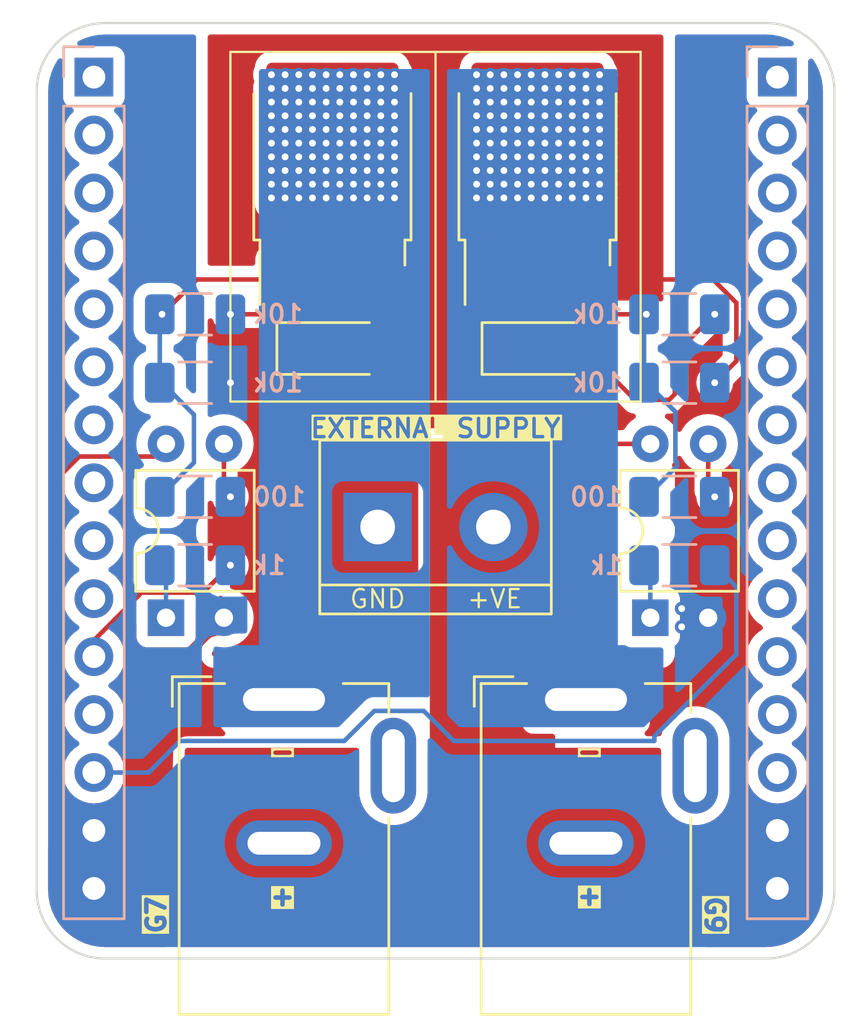
<source format=kicad_pcb>
(kicad_pcb (version 20221018) (generator pcbnew)
  (layers (0 "F.Cu" signal) (31 "B.Cu" signal) (34 "B.Paste" user) (35 "F.Paste" user) (36 "B.SilkS" user "B.Silkscreen") (37 "F.SilkS" user "F.Silkscreen") (38 "B.Mask" user) (39 "F.Mask" user) (44 "Edge.Cuts" user))
  (net 0 "")
  (net 1 "GND")
  (net 2 "GND1")
  (net 13 "GPIO_7")
  (net 15 "GPIO_9")
  (net 22 "Net-(D1-A)")
  (net 23 "Net-(D2-A)")
  (net 24 "+24V")
  (net 25 "OUTPUT_1")
  (net 26 "Net-(Q1-G)")
  (net 27 "Net-(Q2-G)")
  (net 28 "OUTPUT_2")
  (net 36 "Net-(R1-Pad2)")
  (net 37 "Net-(R2-Pad1)")
  (net 38 "Net-(R5-Pad2)")
  (net 39 "Net-(R6-Pad1)")
  (footprint "Package_TO_SOT_SMD:TO-252-2" (layer "F.Cu") (at 156.325 53.11 90)
    (fp_text reference "Q2" hide)
    (fp_text value "IRF540N" hide)
    (fp_line (start -3.31 -3.45) (end -3.31 -3.18) (stroke (width 0.12)) (layer "F.SilkS"))
    (fp_line (start -3.31 -3.18) (end -6.14 -3.18) (stroke (width 0.12)) (layer "F.SilkS"))
    (fp_line (start -3.31 3.18) (end -4.41 3.18) (stroke (width 0.12)) (layer "F.SilkS"))
    (fp_line (start -3.31 3.45) (end -3.31 3.18) (stroke (width 0.12)) (layer "F.SilkS"))
    (fp_line (start 3.11 -3.45) (end -3.31 -3.45) (stroke (width 0.12)) (layer "F.SilkS"))
    (fp_line (start 3.11 3.45) (end -3.31 3.45) (stroke (width 0.12)) (layer "F.SilkS"))
    (pad "1" smd roundrect (at -5.04 -2.28 90) (size 2.2 1.2) (layers "F.Cu" "F.Paste" "F.Mask") (roundrect_rratio 0.2083333333) (net 27 "Net-(Q2-G)"))
    (pad "2" smd roundrect (at -0.415 -1.525 90) (size 3.05 2.75) (layers "F.Cu" "F.Paste") (roundrect_rratio 0.09090909091) (net 28 "OUTPUT_2"))
    (pad "2" smd roundrect (at -0.415 1.525 90) (size 3.05 2.75) (layers "F.Cu" "F.Paste") (roundrect_rratio 0.09090909091) (net 28 "OUTPUT_2"))
    (pad "2" smd roundrect (at 1.26 0 90) (size 6.4 5.8) (layers "F.Cu" "F.Mask") (roundrect_rratio 0.04310293103) (net 28 "OUTPUT_2"))
    (pad "2" smd roundrect (at 2.935 -1.525 90) (size 3.05 2.75) (layers "F.Cu" "F.Paste") (roundrect_rratio 0.09090909091) (net 28 "OUTPUT_2"))
    (pad "2" smd roundrect (at 2.935 1.525 90) (size 3.05 2.75) (layers "F.Cu" "F.Paste") (roundrect_rratio 0.09090909091) (net 28 "OUTPUT_2"))
    (pad "3" smd roundrect (at -5.04 2.28 90) (size 2.2 1.2) (layers "F.Cu" "F.Paste" "F.Mask") (roundrect_rratio 0.2083333333) (net 2 "GND1"))
  )
  (footprint "Package_DIP:DIP-4_W7.62mm" (layer "F.Cu") (at 140.025 72.975 90)
    (fp_text reference "U1" hide)
    (fp_text value "PC817" hide)
    (fp_line (start 1.16 -1.33) (end 1.16 3.87) (stroke (width 0.12)) (layer "F.SilkS"))
    (fp_line (start 1.16 3.87) (end 6.46 3.87) (stroke (width 0.12)) (layer "F.SilkS"))
    (fp_line (start 2.81 -1.33) (end 1.16 -1.33) (stroke (width 0.12)) (layer "F.SilkS"))
    (fp_line (start 6.46 -1.33) (end 4.81 -1.33) (stroke (width 0.12)) (layer "F.SilkS"))
    (fp_line (start 6.46 3.87) (end 6.46 -1.33) (stroke (width 0.12)) (layer "F.SilkS"))
    (fp_arc (start 4.81 -1.33) (mid 3.81 -0.33) (end 2.81 -1.33) (stroke (width 0.12)) (layer "F.SilkS"))
    (pad "1" thru_hole rect (at 0 0 90) (size 1.6 1.6) (drill 0.8) (layers "*.Cu" "*.Mask") (net 36 "Net-(R1-Pad2)"))
    (pad "2" thru_hole oval (at 0 2.54 90) (size 1.6 1.6) (drill 0.8) (layers "*.Cu" "*.Mask") (net 1 "GND"))
    (pad "3" thru_hole oval (at 7.62 2.54 90) (size 1.6 1.6) (drill 0.8) (layers "*.Cu" "*.Mask") (net 37 "Net-(R2-Pad1)"))
    (pad "4" thru_hole oval (at 7.62 0 90) (size 1.6 1.6) (drill 0.8) (layers "*.Cu" "*.Mask") (net 24 "+24V"))
  )
  (footprint "RaceTrackr:BarrelJack_GCT_DCJ200-10-A_Horizontal" (layer "F.Cu") (at 158.45 76.56)
    (fp_text reference "J7" hide)
    (fp_text value "OUTPUT 2" hide)
    (fp_line (start -4.9 -1) (end -4.9 0.3) (stroke (width 0.12)) (layer "F.SilkS"))
    (fp_line (start -4.6 -0.7) (end -2.6 -0.7) (stroke (width 0.12)) (layer "F.SilkS"))
    (fp_line (start -4.6 13.8) (end -4.6 -0.7) (stroke (width 0.12)) (layer "F.SilkS"))
    (fp_line (start -3.2 -1) (end -4.9 -1) (stroke (width 0.12)) (layer "F.SilkS"))
    (fp_line (start 2.6 -0.7) (end 4.6 -0.7) (stroke (width 0.12)) (layer "F.SilkS"))
    (fp_line (start 4.6 -0.7) (end 4.6 0.6) (stroke (width 0.12)) (layer "F.SilkS"))
    (fp_line (start 4.6 5.2) (end 4.6 13.8) (stroke (width 0.12)) (layer "F.SilkS"))
    (fp_line (start 4.6 13.8) (end -4.6 13.8) (stroke (width 0.12)) (layer "F.SilkS"))
    (pad "1" thru_hole rect (at 0 0) (size 4.6 2) (drill oval 3.6 1) (layers "*.Cu" "*.Mask") (net 28 "OUTPUT_2"))
    (pad "2" thru_hole oval (at 0 6.3) (size 4.2 2) (drill oval 3.2 1) (layers "*.Cu" "*.Mask") (net 24 "+24V"))
    (pad "3" thru_hole oval (at 4.8 2.9) (size 2 4.2) (drill oval 1 3.2) (layers "*.Cu" "*.Mask"))
  )
  (footprint "LED_SMD:LED_1206_3216Metric_Pad1.42x1.75mm_HandSolder" (layer "F.Cu") (at 156.35 61.175)
    (fp_text reference "D2" hide)
    (fp_text value "LED" hide)
    (fp_line (start -2.46 -1.135) (end -2.46 1.135) (stroke (width 0.12)) (layer "F.SilkS"))
    (fp_line (start -2.46 1.135) (end 1.6 1.135) (stroke (width 0.12)) (layer "F.SilkS"))
    (fp_line (start 1.6 -1.135) (end -2.46 -1.135) (stroke (width 0.12)) (layer "F.SilkS"))
    (pad "1" smd roundrect (at -1.4875 0) (size 1.425 1.75) (layers "F.Cu" "F.Paste" "F.Mask") (roundrect_rratio 0.1754392982) (net 2 "GND1"))
    (pad "2" smd roundrect (at 1.4875 0) (size 1.425 1.75) (layers "F.Cu" "F.Paste" "F.Mask") (roundrect_rratio 0.1754392982) (net 23 "Net-(D2-A)"))
  )
  (footprint "Package_TO_SOT_SMD:TO-252-2" (layer "F.Cu") (at 147.325 53.11 90)
    (fp_text reference "Q1" hide)
    (fp_text value "IRF540N" hide)
    (fp_line (start -3.31 -3.45) (end -3.31 -3.18) (stroke (width 0.12)) (layer "F.SilkS"))
    (fp_line (start -3.31 -3.18) (end -6.14 -3.18) (stroke (width 0.12)) (layer "F.SilkS"))
    (fp_line (start -3.31 3.18) (end -4.41 3.18) (stroke (width 0.12)) (layer "F.SilkS"))
    (fp_line (start -3.31 3.45) (end -3.31 3.18) (stroke (width 0.12)) (layer "F.SilkS"))
    (fp_line (start 3.11 -3.45) (end -3.31 -3.45) (stroke (width 0.12)) (layer "F.SilkS"))
    (fp_line (start 3.11 3.45) (end -3.31 3.45) (stroke (width 0.12)) (layer "F.SilkS"))
    (pad "1" smd roundrect (at -5.04 -2.28 90) (size 2.2 1.2) (layers "F.Cu" "F.Paste" "F.Mask") (roundrect_rratio 0.2083333333) (net 26 "Net-(Q1-G)"))
    (pad "2" smd roundrect (at -0.415 -1.525 90) (size 3.05 2.75) (layers "F.Cu" "F.Paste") (roundrect_rratio 0.09090909091) (net 25 "OUTPUT_1"))
    (pad "2" smd roundrect (at -0.415 1.525 90) (size 3.05 2.75) (layers "F.Cu" "F.Paste") (roundrect_rratio 0.09090909091) (net 25 "OUTPUT_1"))
    (pad "2" smd roundrect (at 1.26 0 90) (size 6.4 5.8) (layers "F.Cu" "F.Mask") (roundrect_rratio 0.04310293103) (net 25 "OUTPUT_1"))
    (pad "2" smd roundrect (at 2.935 -1.525 90) (size 3.05 2.75) (layers "F.Cu" "F.Paste") (roundrect_rratio 0.09090909091) (net 25 "OUTPUT_1"))
    (pad "2" smd roundrect (at 2.935 1.525 90) (size 3.05 2.75) (layers "F.Cu" "F.Paste") (roundrect_rratio 0.09090909091) (net 25 "OUTPUT_1"))
    (pad "3" smd roundrect (at -5.04 2.28 90) (size 2.2 1.2) (layers "F.Cu" "F.Paste" "F.Mask") (roundrect_rratio 0.2083333333) (net 2 "GND1"))
  )
  (footprint "Package_DIP:DIP-4_W7.62mm" (layer "F.Cu") (at 161.275 72.975 90)
    (fp_text reference "U2" hide)
    (fp_text value "PC817" hide)
    (fp_line (start 1.16 -1.33) (end 1.16 3.87) (stroke (width 0.12)) (layer "F.SilkS"))
    (fp_line (start 1.16 3.87) (end 6.46 3.87) (stroke (width 0.12)) (layer "F.SilkS"))
    (fp_line (start 2.81 -1.33) (end 1.16 -1.33) (stroke (width 0.12)) (layer "F.SilkS"))
    (fp_line (start 6.46 -1.33) (end 4.81 -1.33) (stroke (width 0.12)) (layer "F.SilkS"))
    (fp_line (start 6.46 3.87) (end 6.46 -1.33) (stroke (width 0.12)) (layer "F.SilkS"))
    (fp_arc (start 4.81 -1.33) (mid 3.81 -0.33) (end 2.81 -1.33) (stroke (width 0.12)) (layer "F.SilkS"))
    (pad "1" thru_hole rect (at 0 0 90) (size 1.6 1.6) (drill 0.8) (layers "*.Cu" "*.Mask") (net 38 "Net-(R5-Pad2)"))
    (pad "2" thru_hole oval (at 0 2.54 90) (size 1.6 1.6) (drill 0.8) (layers "*.Cu" "*.Mask") (net 1 "GND"))
    (pad "3" thru_hole oval (at 7.62 2.54 90) (size 1.6 1.6) (drill 0.8) (layers "*.Cu" "*.Mask") (net 39 "Net-(R6-Pad1)"))
    (pad "4" thru_hole oval (at 7.62 0 90) (size 1.6 1.6) (drill 0.8) (layers "*.Cu" "*.Mask") (net 24 "+24V"))
  )
  (footprint "LED_SMD:LED_1206_3216Metric_Pad1.42x1.75mm_HandSolder" (layer "F.Cu") (at 147.35 61.175)
    (fp_text reference "D1" hide)
    (fp_text value "LED" hide)
    (fp_line (start -2.46 -1.135) (end -2.46 1.135) (stroke (width 0.12)) (layer "F.SilkS"))
    (fp_line (start -2.46 1.135) (end 1.6 1.135) (stroke (width 0.12)) (layer "F.SilkS"))
    (fp_line (start 1.6 -1.135) (end -2.46 -1.135) (stroke (width 0.12)) (layer "F.SilkS"))
    (pad "1" smd roundrect (at -1.4875 0) (size 1.425 1.75) (layers "F.Cu" "F.Paste" "F.Mask") (roundrect_rratio 0.1754392982) (net 2 "GND1"))
    (pad "2" smd roundrect (at 1.4875 0) (size 1.425 1.75) (layers "F.Cu" "F.Paste" "F.Mask") (roundrect_rratio 0.1754392982) (net 22 "Net-(D1-A)"))
  )
  (footprint "TerminalBlock:TerminalBlock_bornier-2_P5.08mm" (layer "F.Cu") (at 149.31 69)
    (fp_text reference "J3" hide)
    (fp_text value "DC IN" hide)
    (fp_line (start -2.54 -3.81) (end -2.54 3.81) (stroke (width 0.12)) (layer "F.SilkS"))
    (fp_line (start -2.54 3.81) (end 7.62 3.81) (stroke (width 0.12)) (layer "F.SilkS"))
    (fp_line (start 7.62 -3.81) (end -2.54 -3.81) (stroke (width 0.12)) (layer "F.SilkS"))
    (fp_line (start 7.62 2.54) (end -2.54 2.54) (stroke (width 0.12)) (layer "F.SilkS"))
    (fp_line (start 7.62 3.81) (end 7.62 -3.81) (stroke (width 0.12)) (layer "F.SilkS"))
    (pad "1" thru_hole rect (at 0 0) (size 3 3) (drill 1.52) (layers "*.Cu" "*.Mask") (net 2 "GND1"))
    (pad "2" thru_hole circle (at 5.08 0) (size 3 3) (drill 1.52) (layers "*.Cu" "*.Mask") (net 24 "+24V"))
  )
  (footprint "RaceTrackr:BarrelJack_GCT_DCJ200-10-A_Horizontal" (layer "F.Cu") (at 145.2 76.56)
    (fp_text reference "J6" hide)
    (fp_text value "OUTPUT 1" hide)
    (fp_line (start -4.9 -1) (end -4.9 0.3) (stroke (width 0.12)) (layer "F.SilkS"))
    (fp_line (start -4.6 -0.7) (end -2.6 -0.7) (stroke (width 0.12)) (layer "F.SilkS"))
    (fp_line (start -4.6 13.8) (end -4.6 -0.7) (stroke (width 0.12)) (layer "F.SilkS"))
    (fp_line (start -3.2 -1) (end -4.9 -1) (stroke (width 0.12)) (layer "F.SilkS"))
    (fp_line (start 2.6 -0.7) (end 4.6 -0.7) (stroke (width 0.12)) (layer "F.SilkS"))
    (fp_line (start 4.6 -0.7) (end 4.6 0.6) (stroke (width 0.12)) (layer "F.SilkS"))
    (fp_line (start 4.6 5.2) (end 4.6 13.8) (stroke (width 0.12)) (layer "F.SilkS"))
    (fp_line (start 4.6 13.8) (end -4.6 13.8) (stroke (width 0.12)) (layer "F.SilkS"))
    (pad "1" thru_hole rect (at 0 0) (size 4.6 2) (drill oval 3.6 1) (layers "*.Cu" "*.Mask") (net 25 "OUTPUT_1"))
    (pad "2" thru_hole oval (at 0 6.3) (size 4.2 2) (drill oval 3.2 1) (layers "*.Cu" "*.Mask") (net 24 "+24V"))
    (pad "3" thru_hole oval (at 4.8 2.9) (size 2 4.2) (drill oval 1 3.2) (layers "*.Cu" "*.Mask"))
  )
  (footprint "Resistor_SMD:R_1206_3216Metric_Pad1.30x1.75mm_HandSolder" (layer "B.Cu") (at 162.55 62.675 180)
    (fp_text reference "R7" hide)
    (fp_text value "10k" hide)
    (fp_line (start -0.727064 -0.91) (end 0.727064 -0.91) (stroke (width 0.12)) (layer "B.SilkS"))
    (fp_line (start -0.727064 0.91) (end 0.727064 0.91) (stroke (width 0.12)) (layer "B.SilkS"))
    (pad "1" smd roundrect (at -1.55 0 180) (size 1.3 1.75) (layers "B.Cu" "B.Paste" "B.Mask") (roundrect_rratio 0.1923076923) (net 2 "GND1"))
    (pad "2" smd roundrect (at 1.55 0 180) (size 1.3 1.75) (layers "B.Cu" "B.Paste" "B.Mask") (roundrect_rratio 0.1923076923) (net 27 "Net-(Q2-G)"))
  )
  (footprint "Connector_PinSocket_2.54mm:PinSocket_1x15_P2.54mm_Vertical" (layer "B.Cu") (at 166.85 49.28 180)
    (fp_text reference "J2" hide)
    (fp_text value "CON_R" hide)
    (fp_line (start -1.33 -36.89) (end 1.33 -36.89) (stroke (width 0.12)) (layer "B.SilkS"))
    (fp_line (start -1.33 -1.27) (end -1.33 -36.89) (stroke (width 0.12)) (layer "B.SilkS"))
    (fp_line (start -1.33 -1.27) (end 1.33 -1.27) (stroke (width 0.12)) (layer "B.SilkS"))
    (fp_line (start 0 1.33) (end 1.33 1.33) (stroke (width 0.12)) (layer "B.SilkS"))
    (fp_line (start 1.33 -1.27) (end 1.33 -36.89) (stroke (width 0.12)) (layer "B.SilkS"))
    (fp_line (start 1.33 1.33) (end 1.33 0) (stroke (width 0.12)) (layer "B.SilkS"))
    (pad "1" thru_hole rect (at 0 0 180) (size 1.7 1.7) (drill 1) (layers "*.Cu" "*.Mask"))
    (pad "2" thru_hole oval (at 0 -2.54 180) (size 1.7 1.7) (drill 1) (layers "*.Cu" "*.Mask"))
    (pad "3" thru_hole oval (at 0 -5.08 180) (size 1.7 1.7) (drill 1) (layers "*.Cu" "*.Mask"))
    (pad "4" thru_hole oval (at 0 -7.62 180) (size 1.7 1.7) (drill 1) (layers "*.Cu" "*.Mask"))
    (pad "5" thru_hole oval (at 0 -10.16 180) (size 1.7 1.7) (drill 1) (layers "*.Cu" "*.Mask"))
    (pad "6" thru_hole oval (at 0 -12.7 180) (size 1.7 1.7) (drill 1) (layers "*.Cu" "*.Mask"))
    (pad "7" thru_hole oval (at 0 -15.24 180) (size 1.7 1.7) (drill 1) (layers "*.Cu" "*.Mask"))
    (pad "8" thru_hole oval (at 0 -17.78 180) (size 1.7 1.7) (drill 1) (layers "*.Cu" "*.Mask"))
    (pad "9" thru_hole oval (at 0 -20.32 180) (size 1.7 1.7) (drill 1) (layers "*.Cu" "*.Mask"))
    (pad "10" thru_hole oval (at 0 -22.86 180) (size 1.7 1.7) (drill 1) (layers "*.Cu" "*.Mask"))
    (pad "11" thru_hole oval (at 0 -25.4 180) (size 1.7 1.7) (drill 1) (layers "*.Cu" "*.Mask"))
    (pad "12" thru_hole oval (at 0 -27.94 180) (size 1.7 1.7) (drill 1) (layers "*.Cu" "*.Mask"))
    (pad "13" thru_hole oval (at 0 -30.48 180) (size 1.7 1.7) (drill 1) (layers "*.Cu" "*.Mask"))
    (pad "14" thru_hole oval (at 0 -33.02 180) (size 1.7 1.7) (drill 1) (layers "*.Cu" "*.Mask") (net 1 "GND"))
    (pad "15" thru_hole oval (at 0 -35.56 180) (size 1.7 1.7) (drill 1) (layers "*.Cu" "*.Mask") (net 1 "GND"))
  )
  (footprint "Resistor_SMD:R_1206_3216Metric_Pad1.30x1.75mm_HandSolder" (layer "B.Cu") (at 141.3 59.675 180)
    (fp_text reference "R4" hide)
    (fp_text value "10k" hide)
    (fp_line (start -0.727064 -0.91) (end 0.727064 -0.91) (stroke (width 0.12)) (layer "B.SilkS"))
    (fp_line (start -0.727064 0.91) (end 0.727064 0.91) (stroke (width 0.12)) (layer "B.SilkS"))
    (pad "1" smd roundrect (at -1.55 0 180) (size 1.3 1.75) (layers "B.Cu" "B.Paste" "B.Mask") (roundrect_rratio 0.1923076923) (net 22 "Net-(D1-A)"))
    (pad "2" smd roundrect (at 1.55 0 180) (size 1.3 1.75) (layers "B.Cu" "B.Paste" "B.Mask") (roundrect_rratio 0.1923076923) (net 26 "Net-(Q1-G)"))
  )
  (footprint "Resistor_SMD:R_1206_3216Metric_Pad1.30x1.75mm_HandSolder" (layer "B.Cu") (at 141.3 67.675 180)
    (fp_text reference "R2" hide)
    (fp_text value "100" hide)
    (fp_line (start -0.727064 -0.91) (end 0.727064 -0.91) (stroke (width 0.12)) (layer "B.SilkS"))
    (fp_line (start -0.727064 0.91) (end 0.727064 0.91) (stroke (width 0.12)) (layer "B.SilkS"))
    (pad "1" smd roundrect (at -1.55 0 180) (size 1.3 1.75) (layers "B.Cu" "B.Paste" "B.Mask") (roundrect_rratio 0.1923076923) (net 37 "Net-(R2-Pad1)"))
    (pad "2" smd roundrect (at 1.55 0 180) (size 1.3 1.75) (layers "B.Cu" "B.Paste" "B.Mask") (roundrect_rratio 0.1923076923) (net 26 "Net-(Q1-G)"))
  )
  (footprint "Resistor_SMD:R_1206_3216Metric_Pad1.30x1.75mm_HandSolder" (layer "B.Cu") (at 162.55 59.675 180)
    (fp_text reference "R8" hide)
    (fp_text value "10k" hide)
    (fp_line (start -0.727064 -0.91) (end 0.727064 -0.91) (stroke (width 0.12)) (layer "B.SilkS"))
    (fp_line (start -0.727064 0.91) (end 0.727064 0.91) (stroke (width 0.12)) (layer "B.SilkS"))
    (pad "1" smd roundrect (at -1.55 0 180) (size 1.3 1.75) (layers "B.Cu" "B.Paste" "B.Mask") (roundrect_rratio 0.1923076923) (net 23 "Net-(D2-A)"))
    (pad "2" smd roundrect (at 1.55 0 180) (size 1.3 1.75) (layers "B.Cu" "B.Paste" "B.Mask") (roundrect_rratio 0.1923076923) (net 27 "Net-(Q2-G)"))
  )
  (footprint "Resistor_SMD:R_1206_3216Metric_Pad1.30x1.75mm_HandSolder" (layer "B.Cu") (at 162.55 70.675 180)
    (fp_text reference "R5" hide)
    (fp_text value "1k" hide)
    (fp_line (start -0.727064 -0.91) (end 0.727064 -0.91) (stroke (width 0.12)) (layer "B.SilkS"))
    (fp_line (start -0.727064 0.91) (end 0.727064 0.91) (stroke (width 0.12)) (layer "B.SilkS"))
    (pad "1" smd roundrect (at -1.55 0 180) (size 1.3 1.75) (layers "B.Cu" "B.Paste" "B.Mask") (roundrect_rratio 0.1923076923) (net 15 "GPIO_9"))
    (pad "2" smd roundrect (at 1.55 0 180) (size 1.3 1.75) (layers "B.Cu" "B.Paste" "B.Mask") (roundrect_rratio 0.1923076923) (net 38 "Net-(R5-Pad2)"))
  )
  (footprint "Resistor_SMD:R_1206_3216Metric_Pad1.30x1.75mm_HandSolder" (layer "B.Cu") (at 141.3 70.675 180)
    (fp_text reference "R1" hide)
    (fp_text value "1k" hide)
    (fp_line (start -0.727064 -0.91) (end 0.727064 -0.91) (stroke (width 0.12)) (layer "B.SilkS"))
    (fp_line (start -0.727064 0.91) (end 0.727064 0.91) (stroke (width 0.12)) (layer "B.SilkS"))
    (pad "1" smd roundrect (at -1.55 0 180) (size 1.3 1.75) (layers "B.Cu" "B.Paste" "B.Mask") (roundrect_rratio 0.1923076923) (net 13 "GPIO_7"))
    (pad "2" smd roundrect (at 1.55 0 180) (size 1.3 1.75) (layers "B.Cu" "B.Paste" "B.Mask") (roundrect_rratio 0.1923076923) (net 36 "Net-(R1-Pad2)"))
  )
  (footprint "Resistor_SMD:R_1206_3216Metric_Pad1.30x1.75mm_HandSolder" (layer "B.Cu") (at 162.55 67.675 180)
    (fp_text reference "R6" hide)
    (fp_text value "100" hide)
    (fp_line (start -0.727064 -0.91) (end 0.727064 -0.91) (stroke (width 0.12)) (layer "B.SilkS"))
    (fp_line (start -0.727064 0.91) (end 0.727064 0.91) (stroke (width 0.12)) (layer "B.SilkS"))
    (pad "1" smd roundrect (at -1.55 0 180) (size 1.3 1.75) (layers "B.Cu" "B.Paste" "B.Mask") (roundrect_rratio 0.1923076923) (net 39 "Net-(R6-Pad1)"))
    (pad "2" smd roundrect (at 1.55 0 180) (size 1.3 1.75) (layers "B.Cu" "B.Paste" "B.Mask") (roundrect_rratio 0.1923076923) (net 27 "Net-(Q2-G)"))
  )
  (footprint "Connector_PinSocket_2.54mm:PinSocket_1x15_P2.54mm_Vertical" (layer "B.Cu") (at 136.86 49.28 180)
    (fp_text reference "J1" hide)
    (fp_text value "CON_L" hide)
    (fp_line (start -1.33 -36.89) (end 1.33 -36.89) (stroke (width 0.12)) (layer "B.SilkS"))
    (fp_line (start -1.33 -1.27) (end -1.33 -36.89) (stroke (width 0.12)) (layer "B.SilkS"))
    (fp_line (start -1.33 -1.27) (end 1.33 -1.27) (stroke (width 0.12)) (layer "B.SilkS"))
    (fp_line (start 0 1.33) (end 1.33 1.33) (stroke (width 0.12)) (layer "B.SilkS"))
    (fp_line (start 1.33 -1.27) (end 1.33 -36.89) (stroke (width 0.12)) (layer "B.SilkS"))
    (fp_line (start 1.33 1.33) (end 1.33 0) (stroke (width 0.12)) (layer "B.SilkS"))
    (pad "1" thru_hole rect (at 0 0 180) (size 1.7 1.7) (drill 1) (layers "*.Cu" "*.Mask"))
    (pad "2" thru_hole oval (at 0 -2.54 180) (size 1.7 1.7) (drill 1) (layers "*.Cu" "*.Mask"))
    (pad "3" thru_hole oval (at 0 -5.08 180) (size 1.7 1.7) (drill 1) (layers "*.Cu" "*.Mask"))
    (pad "4" thru_hole oval (at 0 -7.62 180) (size 1.7 1.7) (drill 1) (layers "*.Cu" "*.Mask"))
    (pad "5" thru_hole oval (at 0 -10.16 180) (size 1.7 1.7) (drill 1) (layers "*.Cu" "*.Mask"))
    (pad "6" thru_hole oval (at 0 -12.7 180) (size 1.7 1.7) (drill 1) (layers "*.Cu" "*.Mask"))
    (pad "7" thru_hole oval (at 0 -15.24 180) (size 1.7 1.7) (drill 1) (layers "*.Cu" "*.Mask"))
    (pad "8" thru_hole oval (at 0 -17.78 180) (size 1.7 1.7) (drill 1) (layers "*.Cu" "*.Mask"))
    (pad "9" thru_hole oval (at 0 -20.32 180) (size 1.7 1.7) (drill 1) (layers "*.Cu" "*.Mask"))
    (pad "10" thru_hole oval (at 0 -22.86 180) (size 1.7 1.7) (drill 1) (layers "*.Cu" "*.Mask"))
    (pad "11" thru_hole oval (at 0 -25.4 180) (size 1.7 1.7) (drill 1) (layers "*.Cu" "*.Mask") (net 13 "GPIO_7"))
    (pad "12" thru_hole oval (at 0 -27.94 180) (size 1.7 1.7) (drill 1) (layers "*.Cu" "*.Mask"))
    (pad "13" thru_hole oval (at 0 -30.48 180) (size 1.7 1.7) (drill 1) (layers "*.Cu" "*.Mask") (net 15 "GPIO_9"))
    (pad "14" thru_hole oval (at 0 -33.02 180) (size 1.7 1.7) (drill 1) (layers "*.Cu" "*.Mask") (net 1 "GND"))
    (pad "15" thru_hole oval (at 0 -35.56 180) (size 1.7 1.7) (drill 1) (layers "*.Cu" "*.Mask") (net 1 "GND"))
  )
  (footprint "Resistor_SMD:R_1206_3216Metric_Pad1.30x1.75mm_HandSolder" (layer "B.Cu") (at 141.3 62.675 180)
    (fp_text reference "R3" hide)
    (fp_text value "10k" hide)
    (fp_line (start -0.727064 -0.91) (end 0.727064 -0.91) (stroke (width 0.12)) (layer "B.SilkS"))
    (fp_line (start -0.727064 0.91) (end 0.727064 0.91) (stroke (width 0.12)) (layer "B.SilkS"))
    (pad "1" smd roundrect (at -1.55 0 180) (size 1.3 1.75) (layers "B.Cu" "B.Paste" "B.Mask") (roundrect_rratio 0.1923076923) (net 2 "GND1"))
    (pad "2" smd roundrect (at 1.55 0 180) (size 1.3 1.75) (layers "B.Cu" "B.Paste" "B.Mask") (roundrect_rratio 0.1923076923) (net 26 "Net-(Q1-G)"))
  )
  (gr_line (start 142.85 48.175) (end 160.85 48.175) (stroke (width 0.1)) (layer "F.SilkS"))
  (gr_line (start 142.85 63.5) (end 142.85 48.175) (stroke (width 0.1)) (layer "F.SilkS"))
  (gr_line (start 160.85 48.175) (end 160.85 63.5) (stroke (width 0.1)) (layer "F.SilkS"))
  (gr_line (start 160.85 63.5) (end 142.85 63.5) (stroke (width 0.1)) (layer "F.SilkS"))
  (gr_line (start 151.85 48.175) (end 151.85 63.5) (stroke (width 0.1)) (layer "F.SilkS"))
  (gr_arc (start 134.35 49.91) (mid 135.22868 47.78868) (end 137.35 46.91) (stroke (width 0.1)) (layer "Edge.Cuts"))
  (gr_line (start 169.35 84.91) (end 169.35 49.91) (stroke (width 0.1)) (layer "Edge.Cuts"))
  (gr_line locked (start 166.35 46.91) (end 137.35 46.91) (stroke (width 0.1)) (layer "Edge.Cuts"))
  (gr_arc (start 137.35 87.91) (mid 135.22868 87.03132) (end 134.35 84.91) (stroke (width 0.1)) (layer "Edge.Cuts"))
  (gr_line (start 137.35 87.91) (end 166.35 87.91) (stroke (width 0.1)) (layer "Edge.Cuts"))
  (gr_line (start 134.35 49.91) (end 134.35 84.91) (stroke (width 0.1)) (layer "Edge.Cuts"))
  (gr_arc (start 169.35 84.91) (mid 168.47132 87.03132) (end 166.35 87.91) (stroke (width 0.1)) (layer "Edge.Cuts"))
  (gr_arc (start 166.35 46.91) (mid 168.47132 47.78868) (end 169.35 49.91) (stroke (width 0.1)) (layer "Edge.Cuts"))
  (gr_text "10k" (at 160.15 59.675) (layer "B.SilkS") (effects (font (size 0.8 0.8) (thickness 0.15) bold) (justify left mirror)))
  (gr_text "100" (at 160.15 67.675) (layer "B.SilkS") (effects (font (size 0.8 0.8) (thickness 0.15) bold) (justify left mirror)))
  (gr_text "10k" (at 160.15 62.675) (layer "B.SilkS") (effects (font (size 0.8 0.8) (thickness 0.15) bold) (justify left mirror)))
  (gr_text "1k\n" (at 160.15 70.675) (layer "B.SilkS") (effects (font (size 0.8 0.8) (thickness 0.15) bold) (justify left mirror)))
  (gr_text "1k\n" (at 143.75 70.675) (layer "B.SilkS") (effects (font (size 0.8 0.8) (thickness 0.15) bold) (justify right mirror)))
  (gr_text "100" (at 143.75 67.675) (layer "B.SilkS") (effects (font (size 0.8 0.8) (thickness 0.15) bold) (justify right mirror)))
  (gr_text "10k" (at 143.75 62.675) (layer "B.SilkS") (effects (font (size 0.8 0.8) (thickness 0.15) bold) (justify right mirror)))
  (gr_text "10k" (at 143.75 59.675) (layer "B.SilkS") (effects (font (size 0.8 0.8) (thickness 0.15) bold) (justify right mirror)))
  (gr_text "G9" (at 164.1 86 -90) (layer "F.SilkS" knockout) (effects (font (size 0.8 0.8) (thickness 0.2) bold)))
  (gr_text "+VE" (at 154.45 72.15) (layer "F.SilkS") (effects (font (size 0.8 0.8) (thickness 0.1))))
  (gr_text "G7" (at 139.6 86 90) (layer "F.SilkS" knockout) (effects (font (size 0.8 0.8) (thickness 0.2) bold)))
  (gr_text "EXTERNAL SUPPLY" (at 151.85 64.675) (layer "F.SilkS" knockout) (effects (font (size 0.8 0.8) (thickness 0.15) bold)))
  (gr_text "GND" (at 149.31 72.15) (layer "F.SilkS") (effects (font (size 0.8 0.8) (thickness 0.1))))
  (gr_text "-" (at 158.6 78.834) (layer "F.SilkS" knockout) (effects (font (size 0.8 0.8) (thickness 0.2) bold) (justify mirror)))
  (gr_text "+" (at 145.136 85.184) (layer "F.SilkS" knockout) (effects (font (size 0.8 0.8) (thickness 0.2) bold) (justify mirror)))
  (gr_text "+" (at 158.6 85.16) (layer "F.SilkS" knockout) (effects (font (size 0.8 0.8) (thickness 0.2) bold) (justify mirror)))
  (gr_text "-" (at 145.136 78.834) (layer "F.SilkS" knockout) (effects (font (size 0.8 0.8) (thickness 0.2) bold) (justify mirror)))
  (segment (start 142.565 72.975) (end 141.05 74.49) (width 0.4) (layer "F.Cu") (net 1))
  (segment (start 141.05 74.49) (end 141.05 74.575) (width 0.2) (layer "F.Cu") (net 1))
  (via (at 162.65 73.375) (size 0.6) (drill 0.3) (layers "F.Cu" "B.Cu") (net 1))
  (via (at 162.65 72.575) (size 0.6) (drill 0.3) (layers "F.Cu" "B.Cu") (net 1))
  (segment (start 164.1 62.675) (end 165.05 61.725) (width 0.2) (layer "F.Cu") (net 2))
  (segment (start 165.05 59.175) (end 164.025 58.15) (width 0.2) (layer "F.Cu") (net 2))
  (segment (start 164.025 58.15) (end 158.605 58.15) (width 0.2) (layer "F.Cu") (net 2))
  (segment (start 165.05 61.725) (end 165.05 59.175) (width 0.2) (layer "F.Cu") (net 2))
  (via (at 164.1 62.675) (size 0.6) (drill 0.3) (layers "F.Cu" "B.Cu") (net 2))
  (via (at 142.85 62.675) (size 0.6) (drill 0.3) (layers "F.Cu" "B.Cu") (net 2))
  (segment (start 136.86 73.965) (end 138.95 71.875) (width 0.2) (layer "F.Cu") (net 13))
  (segment (start 136.86 74.68) (end 136.86 73.965) (width 0.2) (layer "F.Cu") (net 13))
  (segment (start 138.95 71.875) (end 141.65 71.875) (width 0.2) (layer "F.Cu") (net 13))
  (segment (start 141.65 71.875) (end 142.85 70.675) (width 0.2) (layer "F.Cu") (net 13))
  (via (at 142.85 70.675) (size 0.6) (drill 0.3) (layers "F.Cu" "B.Cu") (net 13))
  (segment (start 151.335 77.06) (end 152.65 78.375) (width 0.2) (layer "B.Cu") (net 15))
  (segment (start 161.45 78.375) (end 161.45 78.175) (width 0.2) (layer "B.Cu") (net 15))
  (segment (start 161.45 78.175) (end 165.05 74.575) (width 0.2) (layer "B.Cu") (net 15))
  (segment (start 152.65 78.375) (end 161.45 78.375) (width 0.2) (layer "B.Cu") (net 15))
  (segment (start 165.05 74.575) (end 165.05 71.625) (width 0.2) (layer "B.Cu") (net 15))
  (segment (start 136.86 79.76) (end 139.265 79.76) (width 0.2) (layer "B.Cu") (net 15))
  (segment (start 149.165 77.06) (end 151.335 77.06) (width 0.2) (layer "B.Cu") (net 15))
  (segment (start 147.85 78.375) (end 149.165 77.06) (width 0.2) (layer "B.Cu") (net 15))
  (segment (start 165.05 71.625) (end 164.1 70.675) (width 0.2) (layer "B.Cu") (net 15))
  (segment (start 139.265 79.76) (end 140.65 78.375) (width 0.2) (layer "B.Cu") (net 15))
  (segment (start 140.65 78.375) (end 147.85 78.375) (width 0.2) (layer "B.Cu") (net 15))
  (segment (start 142.85 59.675) (end 147.3375 59.675) (width 0.2) (layer "F.Cu") (net 22))
  (segment (start 147.3375 59.675) (end 148.8375 61.175) (width 0.2) (layer "F.Cu") (net 22))
  (via (at 142.85 59.675) (size 0.6) (drill 0.3) (layers "F.Cu" "B.Cu") (net 22))
  (segment (start 162.35 61.425) (end 162.35 63.175) (width 0.2) (layer "F.Cu") (net 23))
  (segment (start 162.1 63.425) (end 160.6 63.425) (width 0.2) (layer "F.Cu") (net 23))
  (segment (start 158.35 61.175) (end 157.8375 61.175) (width 0.2) (layer "F.Cu") (net 23))
  (segment (start 164.1 59.675) (end 162.35 61.425) (width 0.2) (layer "F.Cu") (net 23))
  (segment (start 160.6 63.425) (end 158.35 61.175) (width 0.2) (layer "F.Cu") (net 23))
  (segment (start 162.35 63.175) (end 162.1 63.425) (width 0.2) (layer "F.Cu") (net 23))
  (via (at 164.1 59.675) (size 0.6) (drill 0.3) (layers "F.Cu" "B.Cu") (net 23))
  (segment (start 135.25 82.316346) (end 136.383654 83.45) (width 0.2) (layer "F.Cu") (net 24))
  (segment (start 144.61 83.45) (end 145.2 82.86) (width 0.2) (layer "F.Cu") (net 24))
  (segment (start 158.035 65.355) (end 154.39 69) (width 0.2) (layer "F.Cu") (net 24))
  (segment (start 161.275 65.355) (end 158.035 65.355) (width 0.2) (layer "F.Cu") (net 24))
  (segment (start 140.025 65.355) (end 139.47 65.91) (width 0.2) (layer "F.Cu") (net 24))
  (segment (start 136.383654 83.45) (end 144.61 83.45) (width 0.2) (layer "F.Cu") (net 24))
  (segment (start 135.25 66.875) (end 135.25 82.316346) (width 0.2) (layer "F.Cu") (net 24))
  (segment (start 139.47 65.91) (end 136.215 65.91) (width 0.2) (layer "F.Cu") (net 24))
  (segment (start 136.215 65.91) (end 135.25 66.875) (width 0.2) (layer "F.Cu") (net 24))
  (via (at 147.65 54.575) (size 0.6) (drill 0.3) (layers "F.Cu" "B.Cu") (net 25))
  (via (at 149.45 49.175) (size 0.6) (drill 0.3) (layers "F.Cu" "B.Cu") (net 25))
  (via (at 149.45 51.575) (size 0.6) (drill 0.3) (layers "F.Cu" "B.Cu") (net 25))
  (via (at 144.65 49.775) (size 0.6) (drill 0.3) (layers "F.Cu" "B.Cu") (net 25))
  (via (at 150.05 51.575) (size 0.6) (drill 0.3) (layers "F.Cu" "B.Cu") (net 25))
  (via (at 145.85 50.375) (size 0.6) (drill 0.3) (layers "F.Cu" "B.Cu") (net 25))
  (via (at 149.45 49.775) (size 0.6) (drill 0.3) (layers "F.Cu" "B.Cu") (net 25))
  (via (at 148.25 51.575) (size 0.6) (drill 0.3) (layers "F.Cu" "B.Cu") (net 25))
  (via (at 148.25 52.175) (size 0.6) (drill 0.3) (layers "F.Cu" "B.Cu") (net 25))
  (via (at 147.65 52.775) (size 0.6) (drill 0.3) (layers "F.Cu" "B.Cu") (net 25))
  (via (at 145.25 53.375) (size 0.6) (drill 0.3) (layers "F.Cu" "B.Cu") (net 25))
  (via (at 144.65 52.775) (size 0.6) (drill 0.3) (layers "F.Cu" "B.Cu") (net 25))
  (via (at 147.05 54.575) (size 0.6) (drill 0.3) (layers "F.Cu" "B.Cu") (net 25))
  (via (at 148.25 49.175) (size 0.6) (drill 0.3) (layers "F.Cu" "B.Cu") (net 25))
  (via (at 148.25 53.975) (size 0.6) (drill 0.3) (layers "F.Cu" "B.Cu") (net 25))
  (via (at 150.05 53.375) (size 0.6) (drill 0.3) (layers "F.Cu" "B.Cu") (net 25))
  (via (at 146.45 50.375) (size 0.6) (drill 0.3) (layers "F.Cu" "B.Cu") (net 25))
  (via (at 147.05 50.375) (size 0.6) (drill 0.3) (layers "F.Cu" "B.Cu") (net 25))
  (via (at 146.45 54.575) (size 0.6) (drill 0.3) (layers "F.Cu" "B.Cu") (net 25))
  (via (at 148.85 53.375) (size 0.6) (drill 0.3) (layers "F.Cu" "B.Cu") (net 25))
  (via (at 144.65 53.375) (size 0.6) (drill 0.3) (layers "F.Cu" "B.Cu") (net 25))
  (via (at 147.65 53.975) (size 0.6) (drill 0.3) (layers "F.Cu" "B.Cu") (net 25))
  (via (at 148.85 52.175) (size 0.6) (drill 0.3) (layers "F.Cu" "B.Cu") (net 25))
  (via (at 150.05 50.375) (size 0.6) (drill 0.3) (layers "F.Cu" "B.Cu") (net 25))
  (via (at 149.45 52.775) (size 0.6) (drill 0.3) (layers "F.Cu" "B.Cu") (net 25))
  (via (at 144.65 51.575) (size 0.6) (drill 0.3) (layers "F.Cu" "B.Cu") (net 25))
  (via (at 147.05 52.175) (size 0.6) (drill 0.3) (layers "F.Cu" "B.Cu") (net 25))
  (via (at 150.05 49.775) (size 0.6) (drill 0.3) (layers "F.Cu" "B.Cu") (net 25))
  (via (at 144.65 54.575) (size 0.6) (drill 0.3) (layers "F.Cu" "B.Cu") (net 25))
  (via (at 144.65 50.975) (size 0.6) (drill 0.3) (layers "F.Cu" "B.Cu") (net 25))
  (via (at 145.25 54.575) (size 0.6) (drill 0.3) (layers "F.Cu" "B.Cu") (net 25))
  (via (at 145.25 50.375) (size 0.6) (drill 0.3) (layers "F.Cu" "B.Cu") (net 25))
  (via (at 148.25 52.775) (size 0.6) (drill 0.3) (layers "F.Cu" "B.Cu") (net 25))
  (via (at 150.05 50.975) (size 0.6) (drill 0.3) (layers "F.Cu" "B.Cu") (net 25))
  (via (at 145.25 49.775) (size 0.6) (drill 0.3) (layers "F.Cu" "B.Cu") (net 25))
  (via (at 148.85 49.775) (size 0.6) (drill 0.3) (layers "F.Cu" "B.Cu") (net 25))
  (via (at 147.05 50.975) (size 0.6) (drill 0.3) (layers "F.Cu" "B.Cu") (net 25))
  (via (at 149.45 53.375) (size 0.6) (drill 0.3) (layers "F.Cu" "B.Cu") (net 25))
  (via (at 145.25 51.575) (size 0.6) (drill 0.3) (layers "F.Cu" "B.Cu") (net 25))
  (via (at 145.85 52.775) (size 0.6) (drill 0.3) (layers "F.Cu" "B.Cu") (net 25))
  (via (at 145.85 54.575) (size 0.6) (drill 0.3) (layers "F.Cu" "B.Cu") (net 25))
  (via (at 146.45 49.175) (size 0.6) (drill 0.3) (layers "F.Cu" "B.Cu") (net 25))
  (via (at 148.25 49.775) (size 0.6) (drill 0.3) (layers "F.Cu" "B.Cu") (net 25))
  (via (at 149.45 52.175) (size 0.6) (drill 0.3) (layers "F.Cu" "B.Cu") (net 25))
  (via (at 147.05 53.375) (size 0.6) (drill 0.3) (layers "F.Cu" "B.Cu") (net 25))
  (via (at 145.85 51.575) (size 0.6) (drill 0.3) (layers "F.Cu" "B.Cu") (net 25))
  (via (at 147.05 51.575) (size 0.6) (drill 0.3) (layers "F.Cu" "B.Cu") (net 25))
  (via (at 149.45 50.375) (size 0.6) (drill 0.3) (layers "F.Cu" "B.Cu") (net 25))
  (via (at 147.65 49.175) (size 0.6) (drill 0.3) (layers "F.Cu" "B.Cu") (net 25))
  (via (at 146.45 52.775) (size 0.6) (drill 0.3) (layers "F.Cu" "B.Cu") (net 25))
  (via (at 145.85 52.175) (size 0.6) (drill 0.3) (layers "F.Cu" "B.Cu") (net 25))
  (via (at 145.85 53.975) (size 0.6) (drill 0.3) (layers "F.Cu" "B.Cu") (net 25))
  (via (at 148.85 53.975) (size 0.6) (drill 0.3) (layers "F.Cu" "B.Cu") (net 25))
  (via (at 147.65 50.375) (size 0.6) (drill 0.3) (layers "F.Cu" "B.Cu") (net 25))
  (via (at 146.45 53.375) (size 0.6) (drill 0.3) (layers "F.Cu" "B.Cu") (net 25))
  (via (at 150.05 53.975) (size 0.6) (drill 0.3) (layers "F.Cu" "B.Cu") (net 25))
  (via (at 148.85 54.575) (size 0.6) (drill 0.3) (layers "F.Cu" "B.Cu") (net 25))
  (via (at 147.05 52.775) (size 0.6) (drill 0.3) (layers "F.Cu" "B.Cu") (net 25))
  (via (at 148.85 50.375) (size 0.6) (drill 0.3) (layers "F.Cu" "B.Cu") (net 25))
  (via (at 145.25 52.775) (size 0.6) (drill 0.3) (layers "F.Cu" "B.Cu") (net 25))
  (via (at 144.65 52.175) (size 0.6) (drill 0.3) (layers "F.Cu" "B.Cu") (net 25))
  (via (at 150.05 52.175) (size 0.6) (drill 0.3) (layers "F.Cu" "B.Cu") (net 25))
  (via (at 146.45 49.775) (size 0.6) (drill 0.3) (layers "F.Cu" "B.Cu") (net 25))
  (via (at 150.05 54.575) (size 0.6) (drill 0.3) (layers "F.Cu" "B.Cu") (net 25))
  (via (at 147.65 53.375) (size 0.6) (drill 0.3) (layers "F.Cu" "B.Cu") (net 25))
  (via (at 147.05 49.775) (size 0.6) (drill 0.3) (layers "F.Cu" "B.Cu") (net 25))
  (via (at 145.85 49.175) (size 0.6) (drill 0.3) (layers "F.Cu" "B.Cu") (net 25))
  (via (at 145.25 49.175) (size 0.6) (drill 0.3) (layers "F.Cu" "B.Cu") (net 25))
  (via (at 145.25 50.975) (size 0.6) (drill 0.3) (layers "F.Cu" "B.Cu") (net 25))
  (via (at 148.85 52.775) (size 0.6) (drill 0.3) (layers "F.Cu" "B.Cu") (net 25))
  (via (at 150.05 49.175) (size 0.6) (drill 0.3) (layers "F.Cu" "B.Cu") (net 25))
  (via (at 149.45 54.575) (size 0.6) (drill 0.3) (layers "F.Cu" "B.Cu") (net 25))
  (via (at 144.65 53.975) (size 0.6) (drill 0.3) (layers "F.Cu" "B.Cu") (net 25))
  (via (at 148.25 54.575) (size 0.6) (drill 0.3) (layers "F.Cu" "B.Cu") (net 25))
  (via (at 147.05 53.975) (size 0.6) (drill 0.3) (layers "F.Cu" "B.Cu") (net 25))
  (via (at 148.25 50.375) (size 0.6) (drill 0.3) (layers "F.Cu" "B.Cu") (net 25))
  (via (at 148.85 51.575) (size 0.6) (drill 0.3) (layers "F.Cu" "B.Cu") (net 25))
  (via (at 144.65 49.175) (size 0.6) (drill 0.3) (layers "F.Cu" "B.Cu") (net 25))
  (via (at 146.45 53.975) (size 0.6) (drill 0.3) (layers "F.Cu" "B.Cu") (net 25))
  (via (at 147.05 49.175) (size 0.6) (drill 0.3) (layers "F.Cu" "B.Cu") (net 25))
  (via (at 148.85 49.175) (size 0.6) (drill 0.3) (layers "F.Cu" "B.Cu") (net 25))
  (via (at 145.85 53.375) (size 0.6) (drill 0.3) (layers "F.Cu" "B.Cu") (net 25))
  (via (at 147.65 50.975) (size 0.6) (drill 0.3) (layers "F.Cu" "B.Cu") (net 25))
  (via (at 146.45 52.175) (size 0.6) (drill 0.3) (layers "F.Cu" "B.Cu") (net 25))
  (via (at 145.25 53.975) (size 0.6) (drill 0.3) (layers "F.Cu" "B.Cu") (net 25))
  (via (at 147.65 49.775) (size 0.6) (drill 0.3) (layers "F.Cu" "B.Cu") (net 25))
  (via (at 145.85 49.775) (size 0.6) (drill 0.3) (layers "F.Cu" "B.Cu") (net 25))
  (via (at 148.25 53.375) (size 0.6) (drill 0.3) (layers "F.Cu" "B.Cu") (net 25))
  (via (at 145.85 50.975) (size 0.6) (drill 0.3) (layers "F.Cu" "B.Cu") (net 25))
  (via (at 146.45 51.575) (size 0.6) (drill 0.3) (layers "F.Cu" "B.Cu") (net 25))
  (via (at 147.65 51.575) (size 0.6) (drill 0.3) (layers "F.Cu" "B.Cu") (net 25))
  (via (at 149.45 53.975) (size 0.6) (drill 0.3) (layers "F.Cu" "B.Cu") (net 25))
  (via (at 146.45 50.975) (size 0.6) (drill 0.3) (layers "F.Cu" "B.Cu") (net 25))
  (via (at 144.65 50.375) (size 0.6) (drill 0.3) (layers "F.Cu" "B.Cu") (net 25))
  (via (at 148.25 50.975) (size 0.6) (drill 0.3) (layers "F.Cu" "B.Cu") (net 25))
  (via (at 145.25 52.175) (size 0.6) (drill 0.3) (layers "F.Cu" "B.Cu") (net 25))
  (via (at 150.05 52.775) (size 0.6) (drill 0.3) (layers "F.Cu" "B.Cu") (net 25))
  (via (at 148.85 50.975) (size 0.6) (drill 0.3) (layers "F.Cu" "B.Cu") (net 25))
  (via (at 147.65 52.175) (size 0.6) (drill 0.3) (layers "F.Cu" "B.Cu") (net 25))
  (via (at 149.45 50.975) (size 0.6) (drill 0.3) (layers "F.Cu" "B.Cu") (net 25))
  (segment (start 141.375 58.15) (end 145.045 58.15) (width 0.2) (layer "F.Cu") (net 26))
  (segment (start 139.85 59.675) (end 141.375 58.15) (width 0.2) (layer "F.Cu") (net 26))
  (via (at 139.85 59.675) (size 0.6) (drill 0.3) (layers "F.Cu" "B.Cu") (net 26))
  (segment (start 141.25 64.075) (end 139.85 62.675) (width 0.2) (layer "B.Cu") (net 26))
  (segment (start 139.75 59.675) (end 139.75 62.675) (width 0.2) (layer "B.Cu") (net 26))
  (segment (start 141.25 66.175) (end 141.25 64.075) (width 0.2) (layer "B.Cu") (net 26))
  (segment (start 139.75 67.675) (end 141.25 66.175) (width 0.2) (layer "B.Cu") (net 26))
  (segment (start 155.57 59.675) (end 154.045 58.15) (width 0.2) (layer "F.Cu") (net 27))
  (segment (start 161.1 59.675) (end 155.57 59.675) (width 0.2) (layer "F.Cu") (net 27))
  (via (at 161.1 59.675) (size 0.6) (drill 0.3) (layers "F.Cu" "B.Cu") (net 27))
  (segment (start 162.45 66.325) (end 161.1 67.675) (width 0.2) (layer "B.Cu") (net 27))
  (segment (start 161 59.675) (end 161 62.675) (width 0.2) (layer "B.Cu") (net 27))
  (segment (start 162.45 66.175) (end 162.45 66.325) (width 0.2) (layer "B.Cu") (net 27))
  (segment (start 162.375 63.95) (end 162.375 66.1) (width 0.2) (layer "B.Cu") (net 27))
  (segment (start 162.375 66.1) (end 162.45 66.175) (width 0.2) (layer "B.Cu") (net 27))
  (segment (start 161.1 62.675) (end 162.375 63.95) (width 0.2) (layer "B.Cu") (net 27))
  (via (at 154.25 49.775) (size 0.6) (drill 0.3) (layers "F.Cu" "B.Cu") (net 28))
  (via (at 154.85 53.975) (size 0.6) (drill 0.3) (layers "F.Cu" "B.Cu") (net 28))
  (via (at 157.85 50.975) (size 0.6) (drill 0.3) (layers "F.Cu" "B.Cu") (net 28))
  (via (at 156.05 53.375) (size 0.6) (drill 0.3) (layers "F.Cu" "B.Cu") (net 28))
  (via (at 158.45 49.775) (size 0.6) (drill 0.3) (layers "F.Cu" "B.Cu") (net 28))
  (via (at 159.05 49.775) (size 0.6) (drill 0.3) (layers "F.Cu" "B.Cu") (net 28))
  (via (at 155.45 53.975) (size 0.6) (drill 0.3) (layers "F.Cu" "B.Cu") (net 28))
  (via (at 159.05 51.575) (size 0.6) (drill 0.3) (layers "F.Cu" "B.Cu") (net 28))
  (via (at 157.85 49.175) (size 0.6) (drill 0.3) (layers "F.Cu" "B.Cu") (net 28))
  (via (at 159.05 53.375) (size 0.6) (drill 0.3) (layers "F.Cu" "B.Cu") (net 28))
  (via (at 154.25 50.375) (size 0.6) (drill 0.3) (layers "F.Cu" "B.Cu") (net 28))
  (via (at 156.65 54.575) (size 0.6) (drill 0.3) (layers "F.Cu" "B.Cu") (net 28))
  (via (at 157.25 52.775) (size 0.6) (drill 0.3) (layers "F.Cu" "B.Cu") (net 28))
  (via (at 157.25 50.375) (size 0.6) (drill 0.3) (layers "F.Cu" "B.Cu") (net 28))
  (via (at 158.45 53.375) (size 0.6) (drill 0.3) (layers "F.Cu" "B.Cu") (net 28))
  (via (at 154.25 51.575) (size 0.6) (drill 0.3) (layers "F.Cu" "B.Cu") (net 28))
  (via (at 157.25 53.975) (size 0.6) (drill 0.3) (layers "F.Cu" "B.Cu") (net 28))
  (via (at 154.85 54.575) (size 0.6) (drill 0.3) (layers "F.Cu" "B.Cu") (net 28))
  (via (at 153.65 53.375) (size 0.6) (drill 0.3) (layers "F.Cu" "B.Cu") (net 28))
  (via (at 157.25 53.375) (size 0.6) (drill 0.3) (layers "F.Cu" "B.Cu") (net 28))
  (via (at 156.05 52.175) (size 0.6) (drill 0.3) (layers "F.Cu" "B.Cu") (net 28))
  (via (at 153.65 49.775) (size 0.6) (drill 0.3) (layers "F.Cu" "B.Cu") (net 28))
  (via (at 154.25 49.175) (size 0.6) (drill 0.3) (layers "F.Cu" "B.Cu") (net 28))
  (via (at 153.65 51.575) (size 0.6) (drill 0.3) (layers "F.Cu" "B.Cu") (net 28))
  (via (at 159.05 52.775) (size 0.6) (drill 0.3) (layers "F.Cu" "B.Cu") (net 28))
  (via (at 157.85 51.575) (size 0.6) (drill 0.3) (layers "F.Cu" "B.Cu") (net 28))
  (via (at 156.05 50.975) (size 0.6) (drill 0.3) (layers "F.Cu" "B.Cu") (net 28))
  (via (at 156.65 53.975) (size 0.6) (drill 0.3) (layers "F.Cu" "B.Cu") (net 28))
  (via (at 157.85 53.375) (size 0.6) (drill 0.3) (layers "F.Cu" "B.Cu") (net 28))
  (via (at 156.65 52.775) (size 0.6) (drill 0.3) (layers "F.Cu" "B.Cu") (net 28))
  (via (at 156.65 49.775) (size 0.6) (drill 0.3) (layers "F.Cu" "B.Cu") (net 28))
  (via (at 156.65 52.175) (size 0.6) (drill 0.3) (layers "F.Cu" "B.Cu") (net 28))
  (via (at 153.65 52.775) (size 0.6) (drill 0.3) (layers "F.Cu" "B.Cu") (net 28))
  (via (at 157.25 52.175) (size 0.6) (drill 0.3) (layers "F.Cu" "B.Cu") (net 28))
  (via (at 153.65 53.975) (size 0.6) (drill 0.3) (layers "F.Cu" "B.Cu") (net 28))
  (via (at 155.45 52.775) (size 0.6) (drill 0.3) (layers "F.Cu" "B.Cu") (net 28))
  (via (at 153.65 52.175) (size 0.6) (drill 0.3) (layers "F.Cu" "B.Cu") (net 28))
  (via (at 154.85 52.775) (size 0.6) (drill 0.3) (layers "F.Cu" "B.Cu") (net 28))
  (via (at 159.05 49.175) (size 0.6) (drill 0.3) (layers "F.Cu" "B.Cu") (net 28))
  (via (at 157.85 52.175) (size 0.6) (drill 0.3) (layers "F.Cu" "B.Cu") (net 28))
  (via (at 155.45 50.975) (size 0.6) (drill 0.3) (layers "F.Cu" "B.Cu") (net 28))
  (via (at 157.85 53.975) (size 0.6) (drill 0.3) (layers "F.Cu" "B.Cu") (net 28))
  (via (at 155.45 52.175) (size 0.6) (drill 0.3) (layers "F.Cu" "B.Cu") (net 28))
  (via (at 154.85 52.175) (size 0.6) (drill 0.3) (layers "F.Cu" "B.Cu") (net 28))
  (via (at 155.45 50.375) (size 0.6) (drill 0.3) (layers "F.Cu" "B.Cu") (net 28))
  (via (at 156.05 49.175) (size 0.6) (drill 0.3) (layers "F.Cu" "B.Cu") (net 28))
  (via (at 157.85 49.775) (size 0.6) (drill 0.3) (layers "F.Cu" "B.Cu") (net 28))
  (via (at 156.65 50.375) (size 0.6) (drill 0.3) (layers "F.Cu" "B.Cu") (net 28))
  (via (at 157.25 50.975) (size 0.6) (drill 0.3) (layers "F.Cu" "B.Cu") (net 28))
  (via (at 158.45 51.575) (size 0.6) (drill 0.3) (layers "F.Cu" "B.Cu") (net 28))
  (via (at 158.45 50.375) (size 0.6) (drill 0.3) (layers "F.Cu" "B.Cu") (net 28))
  (via (at 153.65 50.375) (size 0.6) (drill 0.3) (layers "F.Cu" "B.Cu") (net 28))
  (via (at 157.25 51.575) (size 0.6) (drill 0.3) (layers "F.Cu" "B.Cu") (net 28))
  (via (at 154.85 49.775) (size 0.6) (drill 0.3) (layers "F.Cu" "B.Cu") (net 28))
  (via (at 155.45 54.575) (size 0.6) (drill 0.3) (layers "F.Cu" "B.Cu") (net 28))
  (via (at 157.25 54.575) (size 0.6) (drill 0.3) (layers "F.Cu" "B.Cu") (net 28))
  (via (at 157.85 54.575) (size 0.6) (drill 0.3) (layers "F.Cu" "B.Cu") (net 28))
  (via (at 159.05 50.975) (size 0.6) (drill 0.3) (layers "F.Cu" "B.Cu") (net 28))
  (via (at 158.45 50.975) (size 0.6) (drill 0.3) (layers "F.Cu" "B.Cu") (net 28))
  (via (at 158.45 53.975) (size 0.6) (drill 0.3) (layers "F.Cu" "B.Cu") (net 28))
  (via (at 154.25 52.775) (size 0.6) (drill 0.3) (layers "F.Cu" "B.Cu") (net 28))
  (via (at 154.25 53.975) (size 0.6) (drill 0.3) (layers "F.Cu" "B.Cu") (net 28))
  (via (at 156.05 51.575) (size 0.6) (drill 0.3) (layers "F.Cu" "B.Cu") (net 28))
  (via (at 153.65 50.975) (size 0.6) (drill 0.3) (layers "F.Cu" "B.Cu") (net 28))
  (via (at 156.65 51.575) (size 0.6) (drill 0.3) (layers "F.Cu" "B.Cu") (net 28))
  (via (at 154.85 51.575) (size 0.6) (drill 0.3) (layers "F.Cu" "B.Cu") (net 28))
  (via (at 154.85 53.375) (size 0.6) (drill 0.3) (layers "F.Cu" "B.Cu") (net 28))
  (via (at 153.65 54.575) (size 0.6) (drill 0.3) (layers "F.Cu" "B.Cu") (net 28))
  (via (at 158.45 52.775) (size 0.6) (drill 0.3) (layers "F.Cu" "B.Cu") (net 28))
  (via (at 159.05 50.375) (size 0.6) (drill 0.3) (layers "F.Cu" "B.Cu") (net 28))
  (via (at 156.05 52.775) (size 0.6) (drill 0.3) (layers "F.Cu" "B.Cu") (net 28))
  (via (at 154.85 49.175) (size 0.6) (drill 0.3) (layers "F.Cu" "B.Cu") (net 28))
  (via (at 159.05 54.575) (size 0.6) (drill 0.3) (layers "F.Cu" "B.Cu") (net 28))
  (via (at 154.85 50.975) (size 0.6) (drill 0.3) (layers "F.Cu" "B.Cu") (net 28))
  (via (at 154.25 52.175) (size 0.6) (drill 0.3) (layers "F.Cu" "B.Cu") (net 28))
  (via (at 155.45 49.775) (size 0.6) (drill 0.3) (layers "F.Cu" "B.Cu") (net 28))
  (via (at 157.25 49.175) (size 0.6) (drill 0.3) (layers "F.Cu" "B.Cu") (net 28))
  (via (at 155.45 53.375) (size 0.6) (drill 0.3) (layers "F.Cu" "B.Cu") (net 28))
  (via (at 159.05 52.175) (size 0.6) (drill 0.3) (layers "F.Cu" "B.Cu") (net 28))
  (via (at 154.25 54.575) (size 0.6) (drill 0.3) (layers "F.Cu" "B.Cu") (net 28))
  (via (at 156.05 49.775) (size 0.6) (drill 0.3) (layers "F.Cu" "B.Cu") (net 28))
  (via (at 158.45 52.175) (size 0.6) (drill 0.3) (layers "F.Cu" "B.Cu") (net 28))
  (via (at 156.05 53.975) (size 0.6) (drill 0.3) (layers "F.Cu" "B.Cu") (net 28))
  (via (at 154.85 50.375) (size 0.6) (drill 0.3) (layers "F.Cu" "B.Cu") (net 28))
  (via (at 158.45 49.175) (size 0.6) (drill 0.3) (layers "F.Cu" "B.Cu") (net 28))
  (via (at 157.85 52.775) (size 0.6) (drill 0.3) (layers "F.Cu" "B.Cu") (net 28))
  (via (at 156.65 50.975) (size 0.6) (drill 0.3) (layers "F.Cu" "B.Cu") (net 28))
  (via (at 155.45 51.575) (size 0.6) (drill 0.3) (layers "F.Cu" "B.Cu") (net 28))
  (via (at 156.05 54.575) (size 0.6) (drill 0.3) (layers "F.Cu" "B.Cu") (net 28))
  (via (at 157.85 50.375) (size 0.6) (drill 0.3) (layers "F.Cu" "B.Cu") (net 28))
  (via (at 156.65 49.175) (size 0.6) (drill 0.3) (layers "F.Cu" "B.Cu") (net 28))
  (via (at 155.45 49.175) (size 0.6) (drill 0.3) (layers "F.Cu" "B.Cu") (net 28))
  (via (at 154.25 50.975) (size 0.6) (drill 0.3) (layers "F.Cu" "B.Cu") (net 28))
  (via (at 159.05 53.975) (size 0.6) (drill 0.3) (layers "F.Cu" "B.Cu") (net 28))
  (via (at 157.25 49.775) (size 0.6) (drill 0.3) (layers "F.Cu" "B.Cu") (net 28))
  (via (at 156.65 53.375) (size 0.6) (drill 0.3) (layers "F.Cu" "B.Cu") (net 28))
  (via (at 154.25 53.375) (size 0.6) (drill 0.3) (layers "F.Cu" "B.Cu") (net 28))
  (via (at 158.45 54.575) (size 0.6) (drill 0.3) (layers "F.Cu" "B.Cu") (net 28))
  (via (at 156.05 50.375) (size 0.6) (drill 0.3) (layers "F.Cu" "B.Cu") (net 28))
  (via (at 153.65 49.175) (size 0.6) (drill 0.3) (layers "F.Cu" "B.Cu") (net 28))
  (segment (start 140.025 70.95) (end 139.75 70.675) (width 0.2) (layer "B.Cu") (net 36))
  (segment (start 140.025 72.975) (end 140.025 70.95) (width 0.2) (layer "B.Cu") (net 36))
  (segment (start 142.565 67.39) (end 142.85 67.675) (width 0.2) (layer "F.Cu") (net 37))
  (segment (start 142.565 65.355) (end 142.565 67.39) (width 0.2) (layer "F.Cu") (net 37))
  (via (at 142.85 67.675) (size 0.6) (drill 0.3) (layers "F.Cu" "B.Cu") (net 37))
  (segment (start 161.275 72.975) (end 161.275 70.85) (width 0.2) (layer "B.Cu") (net 38))
  (segment (start 161.275 70.85) (end 161.1 70.675) (width 0.2) (layer "B.Cu") (net 38))
  (segment (start 163.815 65.355) (end 163.815 67.39) (width 0.2) (layer "F.Cu") (net 39))
  (segment (start 163.815 67.39) (end 164.1 67.675) (width 0.2) (layer "F.Cu") (net 39))
  (via (at 164.1 67.675) (size 0.6) (drill 0.3) (layers "F.Cu" "B.Cu") (net 39))
  (zone (net 24) (net_name "+24V") (layer "F.Cu") (priority 2) (connect_pads yes (clearance 0.5)) (min_thickness 0.25) (fill yes (thermal_gap 0.5) (thermal_bridge_width 0.5))
    (polygon (pts (xy 140.85 78.675) (xy 151.6 78.675) (xy 151.6 65.175) (xy 157.1 65.175) (xy 157.1 78.675) (xy 163.1 78.675) (xy 163.1 87.425) (xy 140.6 87.425)))
  )
  (zone (net 2) (net_name "GND1") (layers "F&B.Cu") (priority 1) (connect_pads yes (clearance 0.5)) (min_thickness 0.25) (fill yes (thermal_gap 0.5) (thermal_bridge_width 0.5))
    (polygon (pts (xy 141.85 46.675) (xy 161.85 46.675) (xy 161.85 74.675) (xy 141.85 74.675)))
  )
  (zone (net 1) (net_name "GND") (layers "F&B.Cu") (connect_pads yes (clearance 0.5)) (min_thickness 0.25) (fill yes (thermal_gap 0.2) (thermal_bridge_width 2))
    (polygon (pts (xy 132.74 45.9) (xy 170.74 45.9) (xy 170.74 88.9) (xy 132.74 88.9)))
  )
  (zone (net 28) (net_name "OUTPUT_2") (layer "B.Cu") (priority 3) (connect_pads yes (clearance 0.5)) (min_thickness 0.25) (fill yes (thermal_gap 0.5) (thermal_bridge_width 0.5))
    (polygon (pts (xy 159.85 48.925) (xy 159.85 74.175) (xy 161.85 74.175) (xy 161.85 78.175) (xy 152.35 78.175) (xy 152.35 48.925)))
  )
  (zone (net 25) (net_name "OUTPUT_1") (layer "B.Cu") (priority 3) (connect_pads yes (clearance 0.5)) (min_thickness 0.25) (fill yes (thermal_gap 0.5) (thermal_bridge_width 0.5))
    (polygon (pts (xy 144.1 48.925) (xy 144.1 74.175) (xy 142.1 74.175) (xy 142.1 78.175) (xy 151.6 78.175) (xy 151.6 48.925)))
  )
)
</source>
